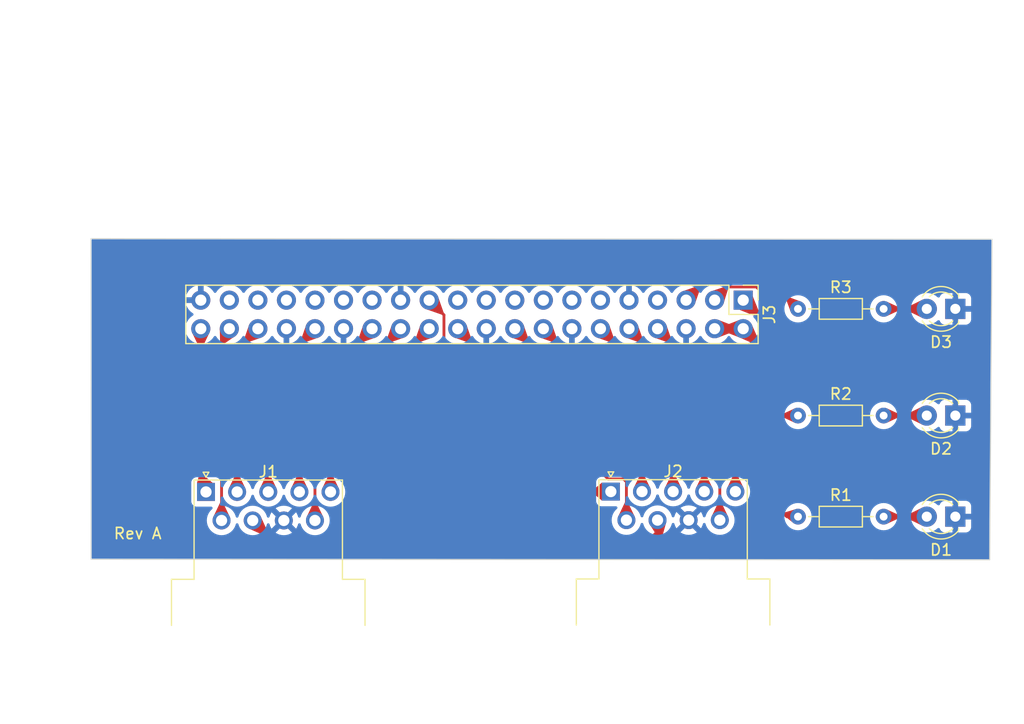
<source format=kicad_pcb>
(kicad_pcb (version 20221018) (generator pcbnew)
  (title_block (title "Unijoysticle Tester") (date "2022-11-29") (rev "A") (company "Ricardo Quesada"))
  (layers (0 "F.Cu" signal) (31 "B.Cu" signal) (34 "B.Paste" user) (35 "F.Paste" user) (36 "B.SilkS" user "B.Silkscreen") (37 "F.SilkS" user "F.Silkscreen") (38 "B.Mask" user) (39 "F.Mask" user) (44 "Edge.Cuts" user))
  (net 0 "")
  (net 1 "/LED_PWR")
  (net 2 "/LED_1")
  (net 3 "/LED_2")
  (net 4 "/J1_UP")
  (net 5 "/J1_DOWN")
  (net 6 "/J1_LEFT")
  (net 7 "/J1_RIGHT")
  (net 8 "/J1_FIRE")
  (net 9 "+5V")
  (net 10 "GND")
  (net 11 "/J2_UP")
  (net 12 "/J2_DOWN")
  (net 13 "/J2_LEFT")
  (net 14 "/J2_RIGHT")
  (net 15 "/J2_FIRE")
  (net 16 "Net-(D1-A)")
  (net 17 "/J1_FIRE3")
  (net 18 "Net-(D2-A)")
  (net 19 "/J1_FIRE2")
  (net 20 "/J2_FIRE3")
  (net 21 "/J2_FIRE2")
  (net 22 "Net-(D3-A)")
  (footprint "Connector_PinHeader_2.54mm:PinHeader_2x20_P2.54mm_Vertical" (layer "F.Cu") (at 145.625 74.725 -90)
    (fp_text reference "J3" (at 1.27 -2.33 90) (layer "F.SilkS"))
    (fp_text value "Raspberry_Pi_2_3")
    (fp_line (start -1.33 -1.33) (end 0 -1.33) (stroke (width 0.12)) (layer "F.SilkS"))
    (fp_line (start -1.33 0) (end -1.33 -1.33) (stroke (width 0.12)) (layer "F.SilkS"))
    (fp_line (start -1.33 1.27) (end -1.33 49.59) (stroke (width 0.12)) (layer "F.SilkS"))
    (fp_line (start -1.33 1.27) (end 1.27 1.27) (stroke (width 0.12)) (layer "F.SilkS"))
    (fp_line (start -1.33 49.59) (end 3.87 49.59) (stroke (width 0.12)) (layer "F.SilkS"))
    (fp_line (start 1.27 -1.33) (end 3.87 -1.33) (stroke (width 0.12)) (layer "F.SilkS"))
    (fp_line (start 1.27 1.27) (end 1.27 -1.33) (stroke (width 0.12)) (layer "F.SilkS"))
    (fp_line (start 3.87 -1.33) (end 3.87 49.59) (stroke (width 0.12)) (layer "F.SilkS"))
    (pad "1" thru_hole rect (at 0 0 270) (size 1.7 1.7) (drill 1) (layers "*.Cu" "*.Mask") (net 1 "/LED_PWR"))
    (pad "2" thru_hole oval (at 2.54 0 270) (size 1.7 1.7) (drill 1) (layers "*.Cu" "*.Mask") (net 9 "+5V"))
    (pad "3" thru_hole oval (at 0 2.54 270) (size 1.7 1.7) (drill 1) (layers "*.Cu" "*.Mask") (net 2 "/LED_1"))
    (pad "4" thru_hole oval (at 2.54 2.54 270) (size 1.7 1.7) (drill 1) (layers "*.Cu" "*.Mask") (net 9 "+5V"))
    (pad "5" thru_hole oval (at 0 5.08 270) (size 1.7 1.7) (drill 1) (layers "*.Cu" "*.Mask") (net 3 "/LED_2"))
    (pad "6" thru_hole oval (at 2.54 5.08 270) (size 1.7 1.7) (drill 1) (layers "*.Cu" "*.Mask") (net 10 "GND"))
    (pad "7" thru_hole oval (at 0 7.62 270) (size 1.7 1.7) (drill 1) (layers "*.Cu" "*.Mask"))
    (pad "8" thru_hole oval (at 2.54 7.62 270) (size 1.7 1.7) (drill 1) (layers "*.Cu" "*.Mask") (net 20 "/J2_FIRE3"))
    (pad "9" thru_hole oval (at 0 10.16 270) (size 1.7 1.7) (drill 1) (layers "*.Cu" "*.Mask") (net 10 "GND"))
    (pad "10" thru_hole oval (at 2.54 10.16 270) (size 1.7 1.7) (drill 1) (layers "*.Cu" "*.Mask") (net 21 "/J2_FIRE2"))
    (pad "11" thru_hole oval (at 0 12.7 270) (size 1.7 1.7) (drill 1) (layers "*.Cu" "*.Mask"))
    (pad "12" thru_hole oval (at 2.54 12.7 270) (size 1.7 1.7) (drill 1) (layers "*.Cu" "*.Mask") (net 14 "/J2_RIGHT"))
    (pad "13" thru_hole oval (at 0 15.24 270) (size 1.7 1.7) (drill 1) (layers "*.Cu" "*.Mask"))
    (pad "14" thru_hole oval (at 2.54 15.24 270) (size 1.7 1.7) (drill 1) (layers "*.Cu" "*.Mask") (net 10 "GND"))
    (pad "15" thru_hole oval (at 0 17.78 270) (size 1.7 1.7) (drill 1) (layers "*.Cu" "*.Mask"))
    (pad "16" thru_hole oval (at 2.54 17.78 270) (size 1.7 1.7) (drill 1) (layers "*.Cu" "*.Mask") (net 13 "/J2_LEFT"))
    (pad "17" thru_hole oval (at 0 20.32 270) (size 1.7 1.7) (drill 1) (layers "*.Cu" "*.Mask"))
    (pad "18" thru_hole oval (at 2.54 20.32 270) (size 1.7 1.7) (drill 1) (layers "*.Cu" "*.Mask") (net 12 "/J2_DOWN"))
    (pad "19" thru_hole oval (at 0 22.86 270) (size 1.7 1.7) (drill 1) (layers "*.Cu" "*.Mask"))
    (pad "20" thru_hole oval (at 2.54 22.86 270) (size 1.7 1.7) (drill 1) (layers "*.Cu" "*.Mask") (net 10 "GND"))
    (pad "21" thru_hole oval (at 0 25.4 270) (size 1.7 1.7) (drill 1) (layers "*.Cu" "*.Mask"))
    (pad "22" thru_hole oval (at 2.54 25.4 270) (size 1.7 1.7) (drill 1) (layers "*.Cu" "*.Mask") (net 15 "/J2_FIRE"))
    (pad "23" thru_hole oval (at 0 27.94 270) (size 1.7 1.7) (drill 1) (layers "*.Cu" "*.Mask") (net 11 "/J2_UP"))
    (pad "24" thru_hole oval (at 2.54 27.94 270) (size 1.7 1.7) (drill 1) (layers "*.Cu" "*.Mask") (net 17 "/J1_FIRE3"))
    (pad "25" thru_hole oval (at 0 30.48 270) (size 1.7 1.7) (drill 1) (layers "*.Cu" "*.Mask") (net 10 "GND"))
    (pad "26" thru_hole oval (at 2.54 30.48 270) (size 1.7 1.7) (drill 1) (layers "*.Cu" "*.Mask") (net 19 "/J1_FIRE2"))
    (pad "27" thru_hole oval (at 0 33.02 270) (size 1.7 1.7) (drill 1) (layers "*.Cu" "*.Mask"))
    (pad "28" thru_hole oval (at 2.54 33.02 270) (size 1.7 1.7) (drill 1) (layers "*.Cu" "*.Mask") (net 7 "/J1_RIGHT"))
    (pad "29" thru_hole oval (at 0 35.56 270) (size 1.7 1.7) (drill 1) (layers "*.Cu" "*.Mask"))
    (pad "30" thru_hole oval (at 2.54 35.56 270) (size 1.7 1.7) (drill 1) (layers "*.Cu" "*.Mask") (net 10 "GND"))
    (pad "31" thru_hole oval (at 0 38.1 270) (size 1.7 1.7) (drill 1) (layers "*.Cu" "*.Mask"))
    (pad "32" thru_hole oval (at 2.54 38.1 270) (size 1.7 1.7) (drill 1) (layers "*.Cu" "*.Mask") (net 6 "/J1_LEFT"))
    (pad "33" thru_hole oval (at 0 40.64 270) (size 1.7 1.7) (drill 1) (layers "*.Cu" "*.Mask"))
    (pad "34" thru_hole oval (at 2.54 40.64 270) (size 1.7 1.7) (drill 1) (layers "*.Cu" "*.Mask") (net 10 "GND"))
    (pad "35" thru_hole oval (at 0 43.18 270) (size 1.7 1.7) (drill 1) (layers "*.Cu" "*.Mask"))
    (pad "36" thru_hole oval (at 2.54 43.18 270) (size 1.7 1.7) (drill 1) (layers "*.Cu" "*.Mask") (net 5 "/J1_DOWN"))
    (pad "37" thru_hole oval (at 0 45.72 270) (size 1.7 1.7) (drill 1) (layers "*.Cu" "*.Mask"))
    (pad "38" thru_hole oval (at 2.54 45.72 270) (size 1.7 1.7) (drill 1) (layers "*.Cu" "*.Mask") (net 8 "/J1_FIRE"))
    (pad "39" thru_hole oval (at 0 48.26 270) (size 1.7 1.7) (drill 1) (layers "*.Cu" "*.Mask") (net 10 "GND"))
    (pad "40" thru_hole oval (at 2.54 48.26 270) (size 1.7 1.7) (drill 1) (layers "*.Cu" "*.Mask") (net 4 "/J1_UP"))
  )
  (footprint "LED_THT:LED_D3.0mm" (layer "F.Cu") (at 164.5 94 180)
    (fp_text reference "D1" (at 1.27 -2.96) (layer "F.SilkS"))
    (fp_text value "LED")
    (fp_line (start -0.29 -1.236) (end -0.29 -1.08) (stroke (width 0.12)) (layer "F.SilkS"))
    (fp_line (start -0.29 1.08) (end -0.29 1.236) (stroke (width 0.12)) (layer "F.SilkS"))
    (fp_arc (start -0.29 -1.235516) (mid 1.366487 -1.987659) (end 2.942335 -1.078608) (stroke (width 0.12)) (layer "F.SilkS"))
    (fp_arc (start 0.229039 -1.08) (mid 1.270117 -1.5) (end 2.31113 -1.079837) (stroke (width 0.12)) (layer "F.SilkS"))
    (fp_arc (start 2.31113 1.079837) (mid 1.270117 1.5) (end 0.229039 1.08) (stroke (width 0.12)) (layer "F.SilkS"))
    (fp_arc (start 2.942335 1.078608) (mid 1.366487 1.987659) (end -0.29 1.235516) (stroke (width 0.12)) (layer "F.SilkS"))
    (pad "1" thru_hole rect (at 0 0 180) (size 1.8 1.8) (drill 0.9) (layers "*.Cu" "*.Mask") (net 10 "GND"))
    (pad "2" thru_hole circle (at 2.54 0 180) (size 1.8 1.8) (drill 0.9) (layers "*.Cu" "*.Mask") (net 16 "Net-(D1-A)"))
  )
  (footprint "Resistor_THT:R_Axial_DIN0204_L3.6mm_D1.6mm_P7.62mm_Horizontal" (layer "F.Cu") (at 150.5 75.5)
    (fp_text reference "R3" (at 3.81 -1.92) (layer "F.SilkS"))
    (fp_text value "1K")
    (fp_line (start 0.94 0) (end 1.89 0) (stroke (width 0.12)) (layer "F.SilkS"))
    (fp_line (start 1.89 -0.92) (end 1.89 0.92) (stroke (width 0.12)) (layer "F.SilkS"))
    (fp_line (start 1.89 0.92) (end 5.73 0.92) (stroke (width 0.12)) (layer "F.SilkS"))
    (fp_line (start 5.73 -0.92) (end 1.89 -0.92) (stroke (width 0.12)) (layer "F.SilkS"))
    (fp_line (start 5.73 0.92) (end 5.73 -0.92) (stroke (width 0.12)) (layer "F.SilkS"))
    (fp_line (start 6.68 0) (end 5.73 0) (stroke (width 0.12)) (layer "F.SilkS"))
    (pad "1" thru_hole circle (at 0 0) (size 1.4 1.4) (drill 0.7) (layers "*.Cu" "*.Mask") (net 3 "/LED_2"))
    (pad "2" thru_hole oval (at 7.62 0) (size 1.4 1.4) (drill 0.7) (layers "*.Cu" "*.Mask") (net 22 "Net-(D3-A)"))
  )
  (footprint "Resistor_THT:R_Axial_DIN0204_L3.6mm_D1.6mm_P7.62mm_Horizontal" (layer "F.Cu") (at 150.5 85)
    (fp_text reference "R2" (at 3.81 -1.92) (layer "F.SilkS"))
    (fp_text value "1K")
    (fp_line (start 0.94 0) (end 1.89 0) (stroke (width 0.12)) (layer "F.SilkS"))
    (fp_line (start 1.89 -0.92) (end 1.89 0.92) (stroke (width 0.12)) (layer "F.SilkS"))
    (fp_line (start 1.89 0.92) (end 5.73 0.92) (stroke (width 0.12)) (layer "F.SilkS"))
    (fp_line (start 5.73 -0.92) (end 1.89 -0.92) (stroke (width 0.12)) (layer "F.SilkS"))
    (fp_line (start 5.73 0.92) (end 5.73 -0.92) (stroke (width 0.12)) (layer "F.SilkS"))
    (fp_line (start 6.68 0) (end 5.73 0) (stroke (width 0.12)) (layer "F.SilkS"))
    (pad "1" thru_hole circle (at 0 0) (size 1.4 1.4) (drill 0.7) (layers "*.Cu" "*.Mask") (net 2 "/LED_1"))
    (pad "2" thru_hole oval (at 7.62 0) (size 1.4 1.4) (drill 0.7) (layers "*.Cu" "*.Mask") (net 18 "Net-(D2-A)"))
  )
  (footprint "LED_THT:LED_D3.0mm" (layer "F.Cu") (at 164.5 75.5 180)
    (fp_text reference "D3" (at 1.27 -2.96) (layer "F.SilkS"))
    (fp_text value "LED")
    (fp_line (start -0.29 -1.236) (end -0.29 -1.08) (stroke (width 0.12)) (layer "F.SilkS"))
    (fp_line (start -0.29 1.08) (end -0.29 1.236) (stroke (width 0.12)) (layer "F.SilkS"))
    (fp_arc (start -0.29 -1.235516) (mid 1.366487 -1.987659) (end 2.942335 -1.078608) (stroke (width 0.12)) (layer "F.SilkS"))
    (fp_arc (start 0.229039 -1.08) (mid 1.270117 -1.5) (end 2.31113 -1.079837) (stroke (width 0.12)) (layer "F.SilkS"))
    (fp_arc (start 2.31113 1.079837) (mid 1.270117 1.5) (end 0.229039 1.08) (stroke (width 0.12)) (layer "F.SilkS"))
    (fp_arc (start 2.942335 1.078608) (mid 1.366487 1.987659) (end -0.29 1.235516) (stroke (width 0.12)) (layer "F.SilkS"))
    (pad "1" thru_hole rect (at 0 0 180) (size 1.8 1.8) (drill 0.9) (layers "*.Cu" "*.Mask") (net 10 "GND"))
    (pad "2" thru_hole circle (at 2.54 0 180) (size 1.8 1.8) (drill 0.9) (layers "*.Cu" "*.Mask") (net 22 "Net-(D3-A)"))
  )
  (footprint "LED_THT:LED_D3.0mm" (layer "F.Cu") (at 164.5 85 180)
    (fp_text reference "D2" (at 1.27 -2.96) (layer "F.SilkS"))
    (fp_text value "LED")
    (fp_line (start -0.29 -1.236) (end -0.29 -1.08) (stroke (width 0.12)) (layer "F.SilkS"))
    (fp_line (start -0.29 1.08) (end -0.29 1.236) (stroke (width 0.12)) (layer "F.SilkS"))
    (fp_arc (start -0.29 -1.235516) (mid 1.366487 -1.987659) (end 2.942335 -1.078608) (stroke (width 0.12)) (layer "F.SilkS"))
    (fp_arc (start 0.229039 -1.08) (mid 1.270117 -1.5) (end 2.31113 -1.079837) (stroke (width 0.12)) (layer "F.SilkS"))
    (fp_arc (start 2.31113 1.079837) (mid 1.270117 1.5) (end 0.229039 1.08) (stroke (width 0.12)) (layer "F.SilkS"))
    (fp_arc (start 2.942335 1.078608) (mid 1.366487 1.987659) (end -0.29 1.235516) (stroke (width 0.12)) (layer "F.SilkS"))
    (pad "1" thru_hole rect (at 0 0 180) (size 1.8 1.8) (drill 0.9) (layers "*.Cu" "*.Mask") (net 10 "GND"))
    (pad "2" thru_hole circle (at 2.54 0 180) (size 1.8 1.8) (drill 0.9) (layers "*.Cu" "*.Mask") (net 18 "Net-(D2-A)"))
  )
  (footprint "Resistor_THT:R_Axial_DIN0204_L3.6mm_D1.6mm_P7.62mm_Horizontal" (layer "F.Cu") (at 150.5 94)
    (fp_text reference "R1" (at 3.81 -1.92) (layer "F.SilkS"))
    (fp_text value "1K")
    (fp_line (start 0.94 0) (end 1.89 0) (stroke (width 0.12)) (layer "F.SilkS"))
    (fp_line (start 1.89 -0.92) (end 1.89 0.92) (stroke (width 0.12)) (layer "F.SilkS"))
    (fp_line (start 1.89 0.92) (end 5.73 0.92) (stroke (width 0.12)) (layer "F.SilkS"))
    (fp_line (start 5.73 -0.92) (end 1.89 -0.92) (stroke (width 0.12)) (layer "F.SilkS"))
    (fp_line (start 5.73 0.92) (end 5.73 -0.92) (stroke (width 0.12)) (layer "F.SilkS"))
    (fp_line (start 6.68 0) (end 5.73 0) (stroke (width 0.12)) (layer "F.SilkS"))
    (pad "1" thru_hole circle (at 0 0) (size 1.4 1.4) (drill 0.7) (layers "*.Cu" "*.Mask") (net 1 "/LED_PWR"))
    (pad "2" thru_hole oval (at 7.62 0) (size 1.4 1.4) (drill 0.7) (layers "*.Cu" "*.Mask") (net 16 "Net-(D1-A)"))
  )
  (footprint "Connector_Dsub:DSUB-9_Male_Horizontal_P2.77x2.54mm_EdgePinOffset9.40mm" (layer "F.Cu") (at 133.85 91.769669)
    (fp_text reference "J2" (at 5.54 -1.8) (layer "F.SilkS"))
    (fp_text value "DB9_Male")
    (fp_line (start -3.07 7.78) (end -1.06 7.78) (stroke (width 0.12)) (layer "F.SilkS"))
    (fp_line (start -3.07 11.88) (end -3.07 7.78) (stroke (width 0.12)) (layer "F.SilkS"))
    (fp_line (start -1.06 -1.06) (end 12.14 -1.06) (stroke (width 0.12)) (layer "F.SilkS"))
    (fp_line (start -1.06 7.78) (end -1.06 -1.06) (stroke (width 0.12)) (layer "F.SilkS"))
    (fp_line (start -0.25 -1.754338) (end 0.25 -1.754338) (stroke (width 0.12)) (layer "F.SilkS"))
    (fp_line (start 0 -1.321325) (end -0.25 -1.754338) (stroke (width 0.12)) (layer "F.SilkS"))
    (fp_line (start 0.25 -1.754338) (end 0 -1.321325) (stroke (width 0.12)) (layer "F.SilkS"))
    (fp_line (start 12.14 -1.06) (end 12.14 7.78) (stroke (width 0.12)) (layer "F.SilkS"))
    (fp_line (start 12.14 7.78) (end 14.15 7.78) (stroke (width 0.12)) (layer "F.SilkS"))
    (fp_line (start 14.15 7.78) (end 14.15 11.88) (stroke (width 0.12)) (layer "F.SilkS"))
    (pad "1" thru_hole rect (at 0 0) (size 1.6 1.6) (drill 1) (layers "*.Cu" "*.Mask") (net 11 "/J2_UP"))
    (pad "2" thru_hole circle (at 2.77 0) (size 1.6 1.6) (drill 1) (layers "*.Cu" "*.Mask") (net 12 "/J2_DOWN"))
    (pad "3" thru_hole circle (at 5.54 0) (size 1.6 1.6) (drill 1) (layers "*.Cu" "*.Mask") (net 13 "/J2_LEFT"))
    (pad "4" thru_hole circle (at 8.31 0) (size 1.6 1.6) (drill 1) (layers "*.Cu" "*.Mask") (net 14 "/J2_RIGHT"))
    (pad "5" thru_hole circle (at 11.08 0) (size 1.6 1.6) (drill 1) (layers "*.Cu" "*.Mask") (net 20 "/J2_FIRE3"))
    (pad "6" thru_hole circle (at 1.385 2.54) (size 1.6 1.6) (drill 1) (layers "*.Cu" "*.Mask") (net 15 "/J2_FIRE"))
    (pad "7" thru_hole circle (at 4.155 2.54) (size 1.6 1.6) (drill 1) (layers "*.Cu" "*.Mask") (net 9 "+5V"))
    (pad "8" thru_hole circle (at 6.925 2.54) (size 1.6 1.6) (drill 1) (layers "*.Cu" "*.Mask") (net 10 "GND"))
    (pad "9" thru_hole circle (at 9.695 2.54) (size 1.6 1.6) (drill 1) (layers "*.Cu" "*.Mask") (net 21 "/J2_FIRE2"))
  )
  (footprint "Connector_Dsub:DSUB-9_Male_Horizontal_P2.77x2.54mm_EdgePinOffset9.40mm" (layer "F.Cu") (at 97.828 91.799669)
    (fp_text reference "J1" (at 5.54 -1.8) (layer "F.SilkS"))
    (fp_text value "DB9_Male")
    (fp_line (start -3.07 7.78) (end -1.06 7.78) (stroke (width 0.12)) (layer "F.SilkS"))
    (fp_line (start -3.07 11.88) (end -3.07 7.78) (stroke (width 0.12)) (layer "F.SilkS"))
    (fp_line (start -1.06 -1.06) (end 12.14 -1.06) (stroke (width 0.12)) (layer "F.SilkS"))
    (fp_line (start -1.06 7.78) (end -1.06 -1.06) (stroke (width 0.12)) (layer "F.SilkS"))
    (fp_line (start -0.25 -1.754338) (end 0.25 -1.754338) (stroke (width 0.12)) (layer "F.SilkS"))
    (fp_line (start 0 -1.321325) (end -0.25 -1.754338) (stroke (width 0.12)) (layer "F.SilkS"))
    (fp_line (start 0.25 -1.754338) (end 0 -1.321325) (stroke (width 0.12)) (layer "F.SilkS"))
    (fp_line (start 12.14 -1.06) (end 12.14 7.78) (stroke (width 0.12)) (layer "F.SilkS"))
    (fp_line (start 12.14 7.78) (end 14.15 7.78) (stroke (width 0.12)) (layer "F.SilkS"))
    (fp_line (start 14.15 7.78) (end 14.15 11.88) (stroke (width 0.12)) (layer "F.SilkS"))
    (pad "1" thru_hole rect (at 0 0) (size 1.6 1.6) (drill 1) (layers "*.Cu" "*.Mask") (net 4 "/J1_UP"))
    (pad "2" thru_hole circle (at 2.77 0) (size 1.6 1.6) (drill 1) (layers "*.Cu" "*.Mask") (net 5 "/J1_DOWN"))
    (pad "3" thru_hole circle (at 5.54 0) (size 1.6 1.6) (drill 1) (layers "*.Cu" "*.Mask") (net 6 "/J1_LEFT"))
    (pad "4" thru_hole circle (at 8.31 0) (size 1.6 1.6) (drill 1) (layers "*.Cu" "*.Mask") (net 7 "/J1_RIGHT"))
    (pad "5" thru_hole circle (at 11.08 0) (size 1.6 1.6) (drill 1) (layers "*.Cu" "*.Mask") (net 17 "/J1_FIRE3"))
    (pad "6" thru_hole circle (at 1.385 2.54) (size 1.6 1.6) (drill 1) (layers "*.Cu" "*.Mask") (net 8 "/J1_FIRE"))
    (pad "7" thru_hole circle (at 4.155 2.54) (size 1.6 1.6) (drill 1) (layers "*.Cu" "*.Mask") (net 9 "+5V"))
    (pad "8" thru_hole circle (at 6.925 2.54) (size 1.6 1.6) (drill 1) (layers "*.Cu" "*.Mask") (net 10 "GND"))
    (pad "9" thru_hole circle (at 9.695 2.54) (size 1.6 1.6) (drill 1) (layers "*.Cu" "*.Mask") (net 19 "/J1_FIRE2"))
  )
  (gr_poly (pts (xy 167.554744 97.838954) (xy 87.609327 97.790342) (xy 87.600353 69.256103) (xy 167.76377 69.304715)) (stroke (width 0.1)) (fill none) (layer "Edge.Cuts"))
  (gr_text "Rev A" (at 91.75 95.5) (layer "F.SilkS") (effects (font (size 1 1))))
  (segment (start 145.625 74.725) (end 148.25 77.35) (width 0.25) (layer "F.Cu") (net 1))
  (segment (start 148.25 77.35) (end 148.25 92.75) (width 0.25) (layer "F.Cu") (net 1))
  (segment (start 149.5 94) (end 150.5 94) (width 0.25) (layer "F.Cu") (net 1))
  (segment (start 148.25 92.75) (end 149.5 94) (width 0.25) (layer "F.Cu") (net 1))
  (segment (start 144.26 73.55) (end 146.8 73.55) (width 0.25) (layer "F.Cu") (net 2))
  (segment (start 149 85) (end 150.5 85) (width 0.25) (layer "F.Cu") (net 2))
  (segment (start 143.085 74.725) (end 144.26 73.55) (width 0.25) (layer "F.Cu") (net 2))
  (segment (start 146.8 73.55) (end 149 75.75) (width 0.25) (layer "F.Cu") (net 2))
  (segment (start 149 75.75) (end 149 85) (width 0.25) (layer "F.Cu") (net 2))
  (segment (start 143.27 72) (end 147 72) (width 0.25) (layer "F.Cu") (net 3))
  (segment (start 140.545 74.725) (end 143.27 72) (width 0.25) (layer "F.Cu") (net 3))
  (segment (start 147 72) (end 150.5 75.5) (width 0.25) (layer "F.Cu") (net 3))
  (segment (start 97.365 91.336669) (end 97.828 91.799669) (width 0.25) (layer "F.Cu") (net 4))
  (segment (start 97.365 77.265) (end 97.365 91.336669) (width 0.25) (layer "F.Cu") (net 4))
  (segment (start 100.598 79.112) (end 102.445 77.265) (width 0.25) (layer "F.Cu") (net 5))
  (segment (start 100.598 91.799669) (end 100.598 79.112) (width 0.25) (layer "F.Cu") (net 5))
  (segment (start 103.368 91.799669) (end 103.368 81.422) (width 0.25) (layer "F.Cu") (net 6))
  (segment (start 103.368 81.422) (end 107.525 77.265) (width 0.25) (layer "F.Cu") (net 6))
  (segment (start 106.138 91.799669) (end 106.138 83.732) (width 0.25) (layer "F.Cu") (net 7))
  (segment (start 106.138 83.732) (end 112.605 77.265) (width 0.25) (layer "F.Cu") (net 7))
  (segment (start 99.213 77.957) (end 99.213 94.339669) (width 0.25) (layer "F.Cu") (net 8))
  (segment (start 99.905 77.265) (end 99.213 77.957) (width 0.25) (layer "F.Cu") (net 8))
  (segment (start 138.005 95.495) (end 138.005 94.309669) (width 0.5) (layer "F.Cu") (net 9))
  (segment (start 147.5 79.14) (end 145.625 77.265) (width 0.5) (layer "F.Cu") (net 9))
  (segment (start 138 95.5) (end 138.005 95.495) (width 0.5) (layer "F.Cu") (net 9))
  (segment (start 101.983 94.339669) (end 103.643331 96) (width 0.5) (layer "F.Cu") (net 9))
  (segment (start 147.5 95) (end 147.5 79.14) (width 0.5) (layer "F.Cu") (net 9))
  (segment (start 145.625 77.265) (end 143.085 77.265) (width 0.5) (layer "F.Cu") (net 9))
  (segment (start 103.643331 96) (end 137 96) (width 0.5) (layer "F.Cu") (net 9))
  (segment (start 137 96) (end 138.5 96) (width 0.5) (layer "F.Cu") (net 9))
  (segment (start 137 96) (end 137.5 96) (width 0.5) (layer "F.Cu") (net 9))
  (segment (start 137.5 96) (end 137.75 95.75) (width 0.5) (layer "F.Cu") (net 9))
  (segment (start 137.75 95.75) (end 138 95.5) (width 0.5) (layer "F.Cu") (net 9))
  (segment (start 146.5 96) (end 147.5 95) (width 0.5) (layer "F.Cu") (net 9))
  (segment (start 138.5 96) (end 146.5 96) (width 0.5) (layer "F.Cu") (net 9))
  (segment (start 138 95.5) (end 138.5 96) (width 0.5) (layer "F.Cu") (net 9))
  (segment (start 127.269669 91.769669) (end 133.85 91.769669) (width 0.25) (layer "F.Cu") (net 11))
  (segment (start 117.685 74.725) (end 119 76.04) (width 0.25) (layer "F.Cu") (net 11))
  (segment (start 119 76.04) (end 119 83.5) (width 0.25) (layer "F.Cu") (net 11))
  (segment (start 119 83.5) (end 127.269669 91.769669) (width 0.25) (layer "F.Cu") (net 11))
  (segment (start 136.5 88.46) (end 136.5 89.5) (width 0.25) (layer "F.Cu") (net 12))
  (segment (start 125.305 77.265) (end 136.5 88.46) (width 0.25) (layer "F.Cu") (net 12))
  (segment (start 136.62 89.62) (end 136.62 91.769669) (width 0.25) (layer "F.Cu") (net 12))
  (segment (start 136.5 89.5) (end 136.62 89.62) (width 0.25) (layer "F.Cu") (net 12))
  (segment (start 139.39 89.39) (end 139.39 91.769669) (width 0.25) (layer "F.Cu") (net 13))
  (segment (start 127.845 77.265) (end 138.5 87.92) (width 0.25) (layer "F.Cu") (net 13))
  (segment (start 138.5 88.5) (end 139.39 89.39) (width 0.25) (layer "F.Cu") (net 13))
  (segment (start 138.5 87.92) (end 138.5 88.5) (width 0.25) (layer "F.Cu") (net 13))
  (segment (start 140.5 85.5) (end 142.16 87.16) (width 0.25) (layer "F.Cu") (net 14))
  (segment (start 142.16 87.16) (end 142.16 91.769669) (width 0.25) (layer "F.Cu") (net 14))
  (segment (start 132.925 77.265) (end 140.5 84.84) (width 0.25) (layer "F.Cu") (net 14))
  (segment (start 140.5 84.84) (end 140.5 85.5) (width 0.25) (layer "F.Cu") (net 14))
  (segment (start 134.975 90.644669) (end 135.235 90.904669) (width 0.25) (layer "F.Cu") (net 15))
  (segment (start 120.225 77.265) (end 133.604669 90.644669) (width 0.25) (layer "F.Cu") (net 15))
  (segment (start 135.235 90.904669) (end 135.235 94.309669) (width 0.25) (layer "F.Cu") (net 15))
  (segment (start 133.604669 90.644669) (end 134.975 90.644669) (width 0.25) (layer "F.Cu") (net 15))
  (segment (start 158.12 94) (end 161.96 94) (width 0.25) (layer "F.Cu") (net 16))
  (segment (start 108.908 86.042) (end 117.685 77.265) (width 0.25) (layer "F.Cu") (net 17))
  (segment (start 108.908 91.799669) (end 108.908 86.042) (width 0.25) (layer "F.Cu") (net 17))
  (segment (start 158.12 85) (end 161.96 85) (width 0.25) (layer "F.Cu") (net 18))
  (segment (start 107.523 84.887) (end 115.145 77.265) (width 0.25) (layer "F.Cu") (net 19))
  (segment (start 107.523 94.339669) (end 107.523 84.887) (width 0.25) (layer "F.Cu") (net 19))
  (segment (start 144.93 84.19) (end 144.93 91.769669) (width 0.25) (layer "F.Cu") (net 20))
  (segment (start 138.005 77.265) (end 144.93 84.19) (width 0.25) (layer "F.Cu") (net 20))
  (segment (start 135.465 77.265) (end 143.545 85.345) (width 0.25) (layer "F.Cu") (net 21))
  (segment (start 143.545 85.345) (end 143.545 94.309669) (width 0.25) (layer "F.Cu") (net 21))
  (segment (start 158.12 75.5) (end 161.96 75.5) (width 0.25) (layer "F.Cu") (net 22))
  (zone (net 10) (net_name "GND") (layer "B.Cu") (connect_pads (clearance 0.508)) (min_thickness 0.254) (fill yes (thermal_gap 0.508) (thermal_bridge_width 0.508))
    (polygon (pts (xy 169.125326 99.23898) (xy 80.5 98.5) (xy 79.5 70) (xy 84.5 48) (xy 170.625326 48.23898)))
  )
)
</source>
